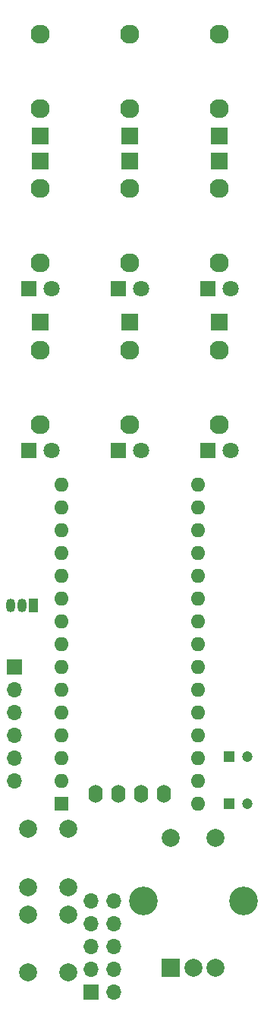
<source format=gbr>
%TF.GenerationSoftware,KiCad,Pcbnew,6.0.11-2627ca5db0~126~ubuntu22.04.1*%
%TF.CreationDate,2023-07-26T01:24:55+03:00*%
%TF.ProjectId,gtoe,67746f65-2e6b-4696-9361-645f70636258,rev?*%
%TF.SameCoordinates,Original*%
%TF.FileFunction,Soldermask,Top*%
%TF.FilePolarity,Negative*%
%FSLAX46Y46*%
G04 Gerber Fmt 4.6, Leading zero omitted, Abs format (unit mm)*
G04 Created by KiCad (PCBNEW 6.0.11-2627ca5db0~126~ubuntu22.04.1) date 2023-07-26 01:24:55*
%MOMM*%
%LPD*%
G01*
G04 APERTURE LIST*
%ADD10R,1.930000X1.830000*%
%ADD11C,2.130000*%
%ADD12C,2.000000*%
%ADD13R,1.800000X1.800000*%
%ADD14C,1.800000*%
%ADD15O,1.600000X2.000000*%
%ADD16R,2.000000X2.000000*%
%ADD17C,3.200000*%
%ADD18R,1.200000X1.200000*%
%ADD19C,1.200000*%
%ADD20R,1.600000X1.600000*%
%ADD21O,1.600000X1.600000*%
%ADD22R,1.700000X1.700000*%
%ADD23O,1.700000X1.700000*%
%ADD24R,1.050000X1.500000*%
%ADD25O,1.050000X1.500000*%
G04 APERTURE END LIST*
D10*
%TO.C,J9*%
X124800000Y-52780000D03*
D11*
X124800000Y-41380000D03*
X124800000Y-49680000D03*
%TD*%
D12*
%TO.C,SW3*%
X103450000Y-146000000D03*
X103450000Y-139500000D03*
X107950000Y-139500000D03*
X107950000Y-146000000D03*
%TD*%
D13*
%TO.C,D5*%
X113530000Y-87800000D03*
D14*
X116070000Y-87800000D03*
%TD*%
D10*
%TO.C,J2*%
X114800000Y-55520000D03*
D11*
X114800000Y-66920000D03*
X114800000Y-58620000D03*
%TD*%
D15*
%TO.C,Screen*%
X118621000Y-126100000D03*
X116081000Y-126100000D03*
X113541000Y-126100000D03*
X111000000Y-126100000D03*
%TD*%
D10*
%TO.C,J5*%
X114800000Y-73520000D03*
D11*
X114800000Y-84920000D03*
X114800000Y-76620000D03*
%TD*%
D13*
%TO.C,D4*%
X103530000Y-87800000D03*
D14*
X106070000Y-87800000D03*
%TD*%
D13*
%TO.C,D3*%
X123530000Y-69800000D03*
D14*
X126070000Y-69800000D03*
%TD*%
D10*
%TO.C,J3*%
X124800000Y-55520000D03*
D11*
X124800000Y-66920000D03*
X124800000Y-58620000D03*
%TD*%
D13*
%TO.C,D2*%
X113530000Y-69800000D03*
D14*
X116070000Y-69800000D03*
%TD*%
D16*
%TO.C,SW2*%
X119400000Y-145500000D03*
D12*
X124400000Y-145500000D03*
X121900000Y-145500000D03*
D17*
X116300000Y-138000000D03*
X127500000Y-138000000D03*
D12*
X124400000Y-131000000D03*
X119400000Y-131000000D03*
%TD*%
D10*
%TO.C,J8*%
X114800000Y-52780000D03*
D11*
X114800000Y-41380000D03*
X114800000Y-49680000D03*
%TD*%
D10*
%TO.C,J6*%
X124800000Y-73520000D03*
D11*
X124800000Y-84920000D03*
X124800000Y-76620000D03*
%TD*%
D10*
%TO.C,J1*%
X104800000Y-55520000D03*
D11*
X104800000Y-66920000D03*
X104800000Y-58620000D03*
%TD*%
D13*
%TO.C,D6*%
X123530000Y-87800000D03*
D14*
X126070000Y-87800000D03*
%TD*%
D13*
%TO.C,D1*%
X103530000Y-69800000D03*
D14*
X106070000Y-69800000D03*
%TD*%
D10*
%TO.C,J4*%
X104800000Y-73520000D03*
D11*
X104800000Y-84920000D03*
X104800000Y-76620000D03*
%TD*%
D10*
%TO.C,J7*%
X104800000Y-52780000D03*
D11*
X104800000Y-41380000D03*
X104800000Y-49680000D03*
%TD*%
D12*
%TO.C,SW1*%
X103450000Y-136500000D03*
X103450000Y-130000000D03*
X107950000Y-130000000D03*
X107950000Y-136500000D03*
%TD*%
D18*
%TO.C,C1*%
X125900000Y-127200000D03*
D19*
X127900000Y-127200000D03*
%TD*%
D20*
%TO.C,A1*%
X107175000Y-127200000D03*
D21*
X107175000Y-124660000D03*
X107175000Y-122120000D03*
X107175000Y-119580000D03*
X107175000Y-117040000D03*
X107175000Y-114500000D03*
X107175000Y-111960000D03*
X107175000Y-109420000D03*
X107175000Y-106880000D03*
X107175000Y-104340000D03*
X107175000Y-101800000D03*
X107175000Y-99260000D03*
X107175000Y-96720000D03*
X107175000Y-94180000D03*
X107175000Y-91640000D03*
X122415000Y-91640000D03*
X122415000Y-94180000D03*
X122415000Y-96720000D03*
X122415000Y-99260000D03*
X122415000Y-101800000D03*
X122415000Y-104340000D03*
X122415000Y-106880000D03*
X122415000Y-109420000D03*
X122415000Y-111960000D03*
X122415000Y-114500000D03*
X122415000Y-117040000D03*
X122415000Y-119580000D03*
X122415000Y-122120000D03*
X122415000Y-124660000D03*
X122415000Y-127200000D03*
%TD*%
D22*
%TO.C,J11*%
X101900000Y-111950000D03*
D23*
X101900000Y-114490000D03*
X101900000Y-117030000D03*
X101900000Y-119570000D03*
X101900000Y-122110000D03*
X101900000Y-124650000D03*
%TD*%
D18*
%TO.C,C2*%
X125900000Y-121900000D03*
D19*
X127900000Y-121900000D03*
%TD*%
D24*
%TO.C,Q1*%
X104100000Y-105100000D03*
D25*
X102830000Y-105100000D03*
X101560000Y-105100000D03*
%TD*%
D22*
%TO.C,J10*%
X110525000Y-148160000D03*
D23*
X113065000Y-148160000D03*
X110525000Y-145620000D03*
X113065000Y-145620000D03*
X110525000Y-143080000D03*
X113065000Y-143080000D03*
X110525000Y-140540000D03*
X113065000Y-140540000D03*
X110525000Y-138000000D03*
X113065000Y-138000000D03*
%TD*%
M02*

</source>
